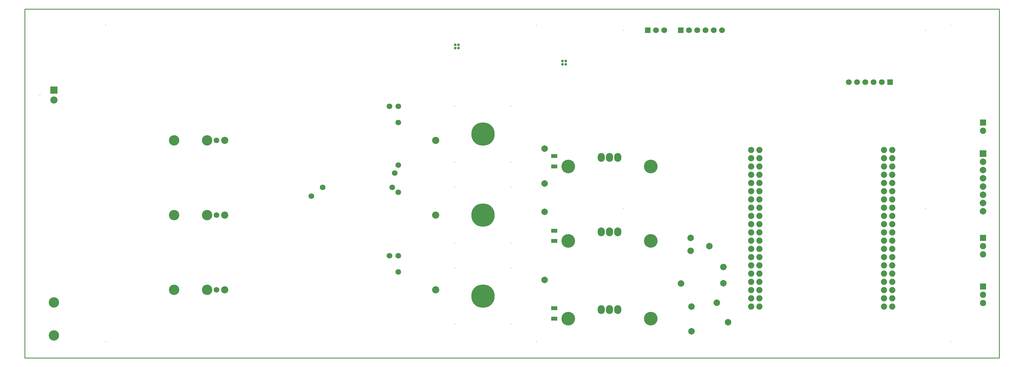
<source format=gbs>
G04 Layer_Color=16711935*
%FSLAX43Y43*%
%MOMM*%
G71*
G01*
G75*
%ADD36C,0.254*%
%ADD90R,1.903X1.203*%
%ADD96O,2.203X2.703*%
%ADD97C,7.203*%
%ADD98C,0.203*%
%ADD99C,1.727*%
%ADD100C,2.203*%
%ADD101C,3.203*%
%ADD102C,1.803*%
%ADD103R,1.803X1.803*%
%ADD106C,1.903*%
%ADD107R,1.953X1.953*%
%ADD108C,1.953*%
%ADD109C,4.203*%
%ADD110R,2.203X2.203*%
%ADD111R,0.203X0.203*%
%ADD112R,2.003X2.003*%
%ADD113C,2.003*%
%ADD114C,0.803*%
D36*
X0Y0D02*
Y107500D01*
X300000D01*
Y0D02*
Y107500D01*
X0Y0D02*
X300000D01*
D90*
X163000Y12100D02*
D03*
Y15300D02*
D03*
Y36000D02*
D03*
Y39200D02*
D03*
Y62200D02*
D03*
Y59000D02*
D03*
D96*
X177450Y61800D02*
D03*
X180000D02*
D03*
X182550D02*
D03*
X177450Y14900D02*
D03*
X180000D02*
D03*
X182550D02*
D03*
Y38800D02*
D03*
X180000D02*
D03*
X177450D02*
D03*
D97*
X141000Y44000D02*
D03*
Y69000D02*
D03*
Y19000D02*
D03*
D98*
X132350Y35350D02*
D03*
X149650Y52650D02*
D03*
Y35350D02*
D03*
X132350Y52650D02*
D03*
Y77650D02*
D03*
X149650Y60350D02*
D03*
Y77650D02*
D03*
X132350Y60350D02*
D03*
X25000Y102500D02*
D03*
X184250Y101000D02*
D03*
Y46000D02*
D03*
X277250D02*
D03*
X277250Y101000D02*
D03*
X25000Y5000D02*
D03*
X157500Y5000D02*
D03*
X285000Y5000D02*
D03*
Y102500D02*
D03*
X157500D02*
D03*
X132350Y27650D02*
D03*
X149650Y10350D02*
D03*
Y27650D02*
D03*
X132350Y10350D02*
D03*
D99*
X112250Y77500D02*
D03*
X115000Y72500D02*
D03*
Y77500D02*
D03*
X59000Y67000D02*
D03*
X115000Y51000D02*
D03*
X113880Y56970D02*
D03*
X113120Y52570D02*
D03*
X115000Y59380D02*
D03*
X91680Y52570D02*
D03*
X59000Y44000D02*
D03*
X88200Y49800D02*
D03*
X59000Y21000D02*
D03*
X115000Y31500D02*
D03*
Y26500D02*
D03*
X112250Y31500D02*
D03*
D100*
X126500Y67000D02*
D03*
X61500D02*
D03*
X9000Y79500D02*
D03*
X126500Y21000D02*
D03*
X61500D02*
D03*
X126500Y44000D02*
D03*
X61500D02*
D03*
D101*
X56080Y67000D02*
D03*
X45920D02*
D03*
X9000Y17080D02*
D03*
Y6920D02*
D03*
X56080Y21000D02*
D03*
X45920D02*
D03*
X56080Y44000D02*
D03*
X45920D02*
D03*
D102*
X256190Y85000D02*
D03*
X261270D02*
D03*
X263810D02*
D03*
X258730D02*
D03*
X253650D02*
D03*
X196830Y101000D02*
D03*
X194290D02*
D03*
X214610D02*
D03*
X209530D02*
D03*
X204450D02*
D03*
X206990D02*
D03*
X212070D02*
D03*
D103*
X266350Y85000D02*
D03*
X191750Y101000D02*
D03*
X201910D02*
D03*
D106*
X264460Y64100D02*
D03*
Y61560D02*
D03*
Y59020D02*
D03*
Y56480D02*
D03*
Y53940D02*
D03*
Y51400D02*
D03*
Y48860D02*
D03*
Y46320D02*
D03*
Y43780D02*
D03*
Y41240D02*
D03*
Y38700D02*
D03*
Y36160D02*
D03*
Y33620D02*
D03*
Y31080D02*
D03*
Y28540D02*
D03*
Y26000D02*
D03*
Y23460D02*
D03*
Y20920D02*
D03*
Y18380D02*
D03*
Y15840D02*
D03*
X267000Y64100D02*
D03*
Y61560D02*
D03*
Y59020D02*
D03*
Y56480D02*
D03*
Y53940D02*
D03*
Y51400D02*
D03*
Y48860D02*
D03*
Y46320D02*
D03*
Y43780D02*
D03*
Y41240D02*
D03*
Y38700D02*
D03*
Y36160D02*
D03*
Y33620D02*
D03*
Y31080D02*
D03*
Y28540D02*
D03*
Y26000D02*
D03*
Y23460D02*
D03*
Y20920D02*
D03*
Y18380D02*
D03*
Y15840D02*
D03*
X226100D02*
D03*
Y18380D02*
D03*
Y20920D02*
D03*
Y23460D02*
D03*
Y26000D02*
D03*
Y28540D02*
D03*
Y31080D02*
D03*
Y33620D02*
D03*
Y36160D02*
D03*
Y38700D02*
D03*
Y41240D02*
D03*
Y43780D02*
D03*
Y46320D02*
D03*
Y48860D02*
D03*
Y51400D02*
D03*
Y53940D02*
D03*
Y56480D02*
D03*
Y59020D02*
D03*
Y61560D02*
D03*
Y64100D02*
D03*
X223560Y15840D02*
D03*
Y18380D02*
D03*
Y20920D02*
D03*
Y23460D02*
D03*
Y26000D02*
D03*
Y28540D02*
D03*
Y31080D02*
D03*
Y33620D02*
D03*
Y36160D02*
D03*
Y38700D02*
D03*
Y41240D02*
D03*
Y43780D02*
D03*
Y46320D02*
D03*
Y48860D02*
D03*
Y51400D02*
D03*
Y53940D02*
D03*
Y56480D02*
D03*
Y59020D02*
D03*
Y61560D02*
D03*
Y64100D02*
D03*
D107*
X295000Y22000D02*
D03*
Y72500D02*
D03*
Y37000D02*
D03*
D108*
Y19460D02*
D03*
Y16920D02*
D03*
Y69960D02*
D03*
Y31920D02*
D03*
Y34460D02*
D03*
D109*
X192700Y12100D02*
D03*
X167300D02*
D03*
X192700Y59000D02*
D03*
X167300D02*
D03*
Y36000D02*
D03*
X192700D02*
D03*
D110*
X9000Y82500D02*
D03*
D111*
X4680Y81000D02*
D03*
D112*
X295000Y63000D02*
D03*
D113*
X205200Y15800D02*
D03*
X160000Y45000D02*
D03*
Y64500D02*
D03*
X210700Y34400D02*
D03*
X160000Y53700D02*
D03*
X205000Y33000D02*
D03*
X160000Y24000D02*
D03*
X205000Y37000D02*
D03*
X215000Y28000D02*
D03*
X216500Y11000D02*
D03*
X205200Y8200D02*
D03*
X215000Y23000D02*
D03*
X202000Y22900D02*
D03*
X213000Y17000D02*
D03*
X295000Y60460D02*
D03*
Y57920D02*
D03*
Y55380D02*
D03*
Y52840D02*
D03*
Y50300D02*
D03*
Y47760D02*
D03*
Y45220D02*
D03*
D114*
X133500Y95500D02*
D03*
X132500D02*
D03*
X133500Y96500D02*
D03*
X132500D02*
D03*
X165500Y91500D02*
D03*
X166500D02*
D03*
X165500Y90500D02*
D03*
X166500D02*
D03*
M02*

</source>
